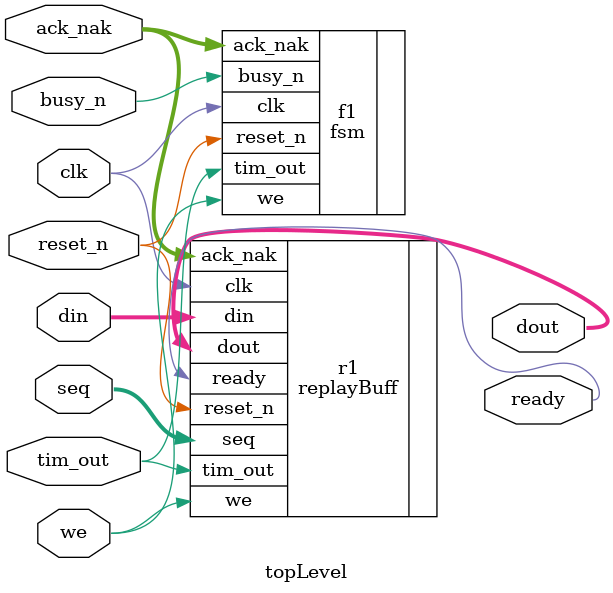
<source format=v>
`include "fsm.v"
`include "replayBuff.v"
module topLevel (input clk, reset_n, busy_n, tim_out, we,
				 input [1:0] ack_nak,
				 input [15:0] din,
				 input [11:0] seq,
				 output ready,
				 output [15:0] dout);

	fsm f1(.reset_n(reset_n), .clk(clk), .ack_nak(ack_nak), .tim_out(tim_out), .busy_n(busy_n), .we(we)); 
	replayBuff r1(.clk(clk), .reset_n(reset_n), .tim_out(tim_out), .we(we), .ack_nak(ack_nak), .seq(seq), .din(din), .ready(ready), .dout(dout));
endmodule

</source>
